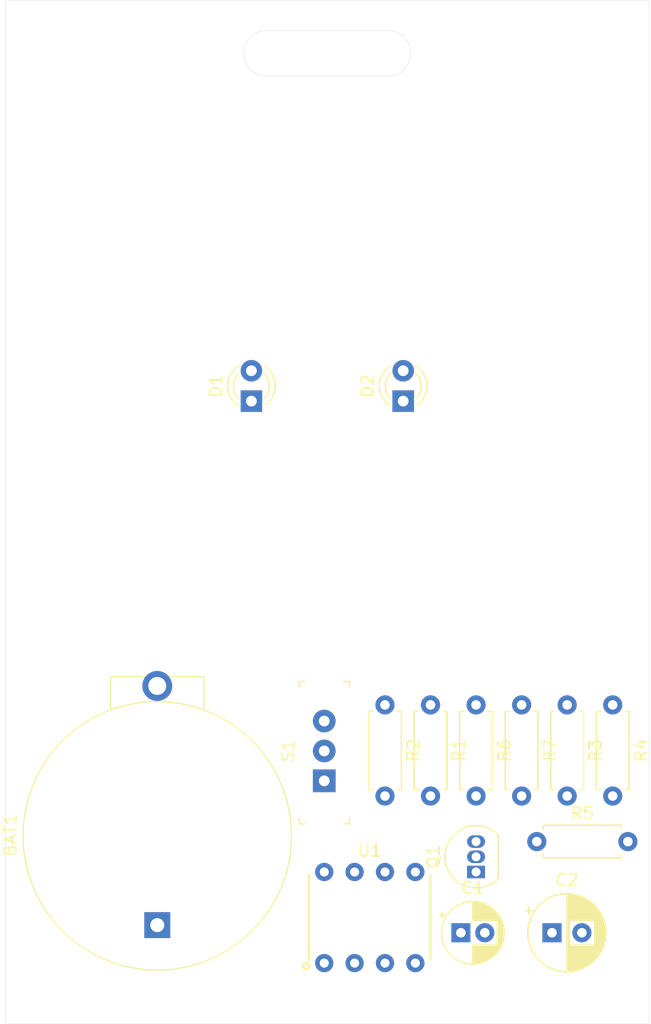
<source format=kicad_pcb>
(kicad_pcb (version 20171130) (host pcbnew "(5.1.10)-1")

  (general
    (thickness 1.6)
    (drawings 8)
    (tracks 0)
    (zones 0)
    (modules 15)
    (nets 14)
  )

  (page A4)
  (title_block
    (title 555_Badge)
    (date 2021-09-05)
    (rev V01)
    (comment 2 creativecommons.org/licenses/by/4.0)
    (comment 3 "License: CC BY 4.0")
    (comment 4 "Drawn: GH")
  )

  (layers
    (0 F.Cu signal)
    (31 B.Cu signal)
    (32 B.Adhes user)
    (33 F.Adhes user)
    (34 B.Paste user)
    (35 F.Paste user)
    (36 B.SilkS user)
    (37 F.SilkS user)
    (38 B.Mask user)
    (39 F.Mask user)
    (40 Dwgs.User user)
    (41 Cmts.User user)
    (42 Eco1.User user)
    (43 Eco2.User user)
    (44 Edge.Cuts user)
    (45 Margin user)
    (46 B.CrtYd user)
    (47 F.CrtYd user)
    (48 B.Fab user)
    (49 F.Fab user)
  )

  (setup
    (last_trace_width 0.254)
    (trace_clearance 0.254)
    (zone_clearance 0.508)
    (zone_45_only no)
    (trace_min 0.1524)
    (via_size 0.762)
    (via_drill 0.381)
    (via_min_size 0.6858)
    (via_min_drill 0.3302)
    (uvia_size 0.762)
    (uvia_drill 0.381)
    (uvias_allowed no)
    (uvia_min_size 0.6858)
    (uvia_min_drill 0.3302)
    (edge_width 0.05)
    (segment_width 0.2)
    (pcb_text_width 0.3)
    (pcb_text_size 1.5 1.5)
    (mod_edge_width 0.12)
    (mod_text_size 1 1)
    (mod_text_width 0.15)
    (pad_size 1.524 1.524)
    (pad_drill 0.762)
    (pad_to_mask_clearance 0.0508)
    (aux_axis_origin 0 0)
    (visible_elements 7FFFFFFF)
    (pcbplotparams
      (layerselection 0x010fc_ffffffff)
      (usegerberextensions false)
      (usegerberattributes true)
      (usegerberadvancedattributes true)
      (creategerberjobfile true)
      (excludeedgelayer true)
      (linewidth 0.100000)
      (plotframeref false)
      (viasonmask false)
      (mode 1)
      (useauxorigin false)
      (hpglpennumber 1)
      (hpglpenspeed 20)
      (hpglpendiameter 15.000000)
      (psnegative false)
      (psa4output false)
      (plotreference true)
      (plotvalue true)
      (plotinvisibletext false)
      (padsonsilk false)
      (subtractmaskfromsilk false)
      (outputformat 1)
      (mirror false)
      (drillshape 1)
      (scaleselection 1)
      (outputdirectory ""))
  )

  (net 0 "")
  (net 1 GND)
  (net 2 "Net-(BAT1-PadPos)")
  (net 3 "Net-(C1-Pad1)")
  (net 4 "Net-(C2-Pad1)")
  (net 5 "Net-(D1-Pad1)")
  (net 6 "Net-(D1-Pad2)")
  (net 7 "Net-(D2-Pad2)")
  (net 8 "Net-(Q1-Pad2)")
  (net 9 VCC)
  (net 10 "Net-(R1-Pad2)")
  (net 11 "Net-(R3-Pad2)")
  (net 12 "Net-(S1-Pad1)")
  (net 13 "Net-(U1-Pad5)")

  (net_class Default "This is the default net class."
    (clearance 0.254)
    (trace_width 0.254)
    (via_dia 0.762)
    (via_drill 0.381)
    (uvia_dia 0.762)
    (uvia_drill 0.381)
    (add_net GND)
    (add_net "Net-(BAT1-PadPos)")
    (add_net "Net-(C1-Pad1)")
    (add_net "Net-(C2-Pad1)")
    (add_net "Net-(D1-Pad1)")
    (add_net "Net-(D1-Pad2)")
    (add_net "Net-(D2-Pad2)")
    (add_net "Net-(Q1-Pad2)")
    (add_net "Net-(R1-Pad2)")
    (add_net "Net-(R3-Pad2)")
    (add_net "Net-(S1-Pad1)")
    (add_net "Net-(U1-Pad5)")
    (add_net VCC)
  )

  (module digikey-footprints:Battery_Holder_Coin_2032_BS-7 (layer F.Cu) (tedit 5ACD0859) (tstamp 61336AD9)
    (at 139.7 118.745 90)
    (descr http://www.memoryprotectiondevices.com/datasheets/BS-7-datasheet.pdf)
    (path /6125515F)
    (fp_text reference BAT1 (at 7.52856 -12.3063 90) (layer F.SilkS)
      (effects (font (size 1 1) (thickness 0.15)))
    )
    (fp_text value BS-7 (at 7.4676 13.56 90) (layer F.Fab)
      (effects (font (size 1 1) (thickness 0.15)))
    )
    (fp_line (start -3.9624 11.43) (end 21.5138 11.43) (layer F.CrtYd) (width 0.05))
    (fp_line (start -3.9624 -11.43) (end 21.5138 -11.43) (layer F.CrtYd) (width 0.05))
    (fp_line (start 21.5138 -11.43) (end 21.5138 11.43) (layer F.CrtYd) (width 0.05))
    (fp_line (start -3.9624 -11.43) (end -3.9624 11.43) (layer F.CrtYd) (width 0.05))
    (fp_line (start 20.7772 3.9116) (end 20.7772 1.0668) (layer F.SilkS) (width 0.1))
    (fp_line (start 20.7772 -3.9116) (end 20.7772 -1.0668) (layer F.SilkS) (width 0.1))
    (fp_line (start 18.034 3.9116) (end 20.7772 3.9116) (layer F.SilkS) (width 0.1))
    (fp_line (start 18.034 -3.9116) (end 20.7772 -3.9116) (layer F.SilkS) (width 0.1))
    (fp_line (start 20.6756 -3.81) (end 20.6756 3.81) (layer F.Fab) (width 0.1))
    (fp_line (start 17.9832 3.81) (end 20.6756 3.81) (layer F.Fab) (width 0.1))
    (fp_line (start 17.9832 -3.81) (end 20.6756 -3.81) (layer F.Fab) (width 0.1))
    (fp_circle (center 7.4676 0) (end -3.7592 0) (layer F.SilkS) (width 0.1))
    (fp_circle (center 7.4676 0) (end -3.7084 0) (layer F.Fab) (width 0.1))
    (fp_text user %R (at 7.4676 0 90) (layer F.Fab)
      (effects (font (size 1 1) (thickness 0.15)))
    )
    (pad Neg thru_hole rect (at 0 0 90) (size 2.17 2.17) (drill 1.17) (layers *.Cu *.Mask)
      (net 1 GND))
    (pad Pos thru_hole circle (at 20 0 90) (size 2.5 2.5) (drill 1.5) (layers *.Cu *.Mask)
      (net 2 "Net-(BAT1-PadPos)"))
  )

  (module Capacitor_THT:CP_Radial_D5.0mm_P2.00mm (layer F.Cu) (tedit 5AE50EF0) (tstamp 61336B5C)
    (at 165.1 119.38)
    (descr "CP, Radial series, Radial, pin pitch=2.00mm, , diameter=5mm, Electrolytic Capacitor")
    (tags "CP Radial series Radial pin pitch 2.00mm  diameter 5mm Electrolytic Capacitor")
    (path /6124F635)
    (fp_text reference C1 (at 1 -3.75) (layer F.SilkS)
      (effects (font (size 1 1) (thickness 0.15)))
    )
    (fp_text value 10e-6 (at 1 3.75) (layer F.Fab)
      (effects (font (size 1 1) (thickness 0.15)))
    )
    (fp_circle (center 1 0) (end 3.5 0) (layer F.Fab) (width 0.1))
    (fp_circle (center 1 0) (end 3.62 0) (layer F.SilkS) (width 0.12))
    (fp_circle (center 1 0) (end 3.75 0) (layer F.CrtYd) (width 0.05))
    (fp_line (start -1.133605 -1.0875) (end -0.633605 -1.0875) (layer F.Fab) (width 0.1))
    (fp_line (start -0.883605 -1.3375) (end -0.883605 -0.8375) (layer F.Fab) (width 0.1))
    (fp_line (start 1 1.04) (end 1 2.58) (layer F.SilkS) (width 0.12))
    (fp_line (start 1 -2.58) (end 1 -1.04) (layer F.SilkS) (width 0.12))
    (fp_line (start 1.04 1.04) (end 1.04 2.58) (layer F.SilkS) (width 0.12))
    (fp_line (start 1.04 -2.58) (end 1.04 -1.04) (layer F.SilkS) (width 0.12))
    (fp_line (start 1.08 -2.579) (end 1.08 -1.04) (layer F.SilkS) (width 0.12))
    (fp_line (start 1.08 1.04) (end 1.08 2.579) (layer F.SilkS) (width 0.12))
    (fp_line (start 1.12 -2.578) (end 1.12 -1.04) (layer F.SilkS) (width 0.12))
    (fp_line (start 1.12 1.04) (end 1.12 2.578) (layer F.SilkS) (width 0.12))
    (fp_line (start 1.16 -2.576) (end 1.16 -1.04) (layer F.SilkS) (width 0.12))
    (fp_line (start 1.16 1.04) (end 1.16 2.576) (layer F.SilkS) (width 0.12))
    (fp_line (start 1.2 -2.573) (end 1.2 -1.04) (layer F.SilkS) (width 0.12))
    (fp_line (start 1.2 1.04) (end 1.2 2.573) (layer F.SilkS) (width 0.12))
    (fp_line (start 1.24 -2.569) (end 1.24 -1.04) (layer F.SilkS) (width 0.12))
    (fp_line (start 1.24 1.04) (end 1.24 2.569) (layer F.SilkS) (width 0.12))
    (fp_line (start 1.28 -2.565) (end 1.28 -1.04) (layer F.SilkS) (width 0.12))
    (fp_line (start 1.28 1.04) (end 1.28 2.565) (layer F.SilkS) (width 0.12))
    (fp_line (start 1.32 -2.561) (end 1.32 -1.04) (layer F.SilkS) (width 0.12))
    (fp_line (start 1.32 1.04) (end 1.32 2.561) (layer F.SilkS) (width 0.12))
    (fp_line (start 1.36 -2.556) (end 1.36 -1.04) (layer F.SilkS) (width 0.12))
    (fp_line (start 1.36 1.04) (end 1.36 2.556) (layer F.SilkS) (width 0.12))
    (fp_line (start 1.4 -2.55) (end 1.4 -1.04) (layer F.SilkS) (width 0.12))
    (fp_line (start 1.4 1.04) (end 1.4 2.55) (layer F.SilkS) (width 0.12))
    (fp_line (start 1.44 -2.543) (end 1.44 -1.04) (layer F.SilkS) (width 0.12))
    (fp_line (start 1.44 1.04) (end 1.44 2.543) (layer F.SilkS) (width 0.12))
    (fp_line (start 1.48 -2.536) (end 1.48 -1.04) (layer F.SilkS) (width 0.12))
    (fp_line (start 1.48 1.04) (end 1.48 2.536) (layer F.SilkS) (width 0.12))
    (fp_line (start 1.52 -2.528) (end 1.52 -1.04) (layer F.SilkS) (width 0.12))
    (fp_line (start 1.52 1.04) (end 1.52 2.528) (layer F.SilkS) (width 0.12))
    (fp_line (start 1.56 -2.52) (end 1.56 -1.04) (layer F.SilkS) (width 0.12))
    (fp_line (start 1.56 1.04) (end 1.56 2.52) (layer F.SilkS) (width 0.12))
    (fp_line (start 1.6 -2.511) (end 1.6 -1.04) (layer F.SilkS) (width 0.12))
    (fp_line (start 1.6 1.04) (end 1.6 2.511) (layer F.SilkS) (width 0.12))
    (fp_line (start 1.64 -2.501) (end 1.64 -1.04) (layer F.SilkS) (width 0.12))
    (fp_line (start 1.64 1.04) (end 1.64 2.501) (layer F.SilkS) (width 0.12))
    (fp_line (start 1.68 -2.491) (end 1.68 -1.04) (layer F.SilkS) (width 0.12))
    (fp_line (start 1.68 1.04) (end 1.68 2.491) (layer F.SilkS) (width 0.12))
    (fp_line (start 1.721 -2.48) (end 1.721 -1.04) (layer F.SilkS) (width 0.12))
    (fp_line (start 1.721 1.04) (end 1.721 2.48) (layer F.SilkS) (width 0.12))
    (fp_line (start 1.761 -2.468) (end 1.761 -1.04) (layer F.SilkS) (width 0.12))
    (fp_line (start 1.761 1.04) (end 1.761 2.468) (layer F.SilkS) (width 0.12))
    (fp_line (start 1.801 -2.455) (end 1.801 -1.04) (layer F.SilkS) (width 0.12))
    (fp_line (start 1.801 1.04) (end 1.801 2.455) (layer F.SilkS) (width 0.12))
    (fp_line (start 1.841 -2.442) (end 1.841 -1.04) (layer F.SilkS) (width 0.12))
    (fp_line (start 1.841 1.04) (end 1.841 2.442) (layer F.SilkS) (width 0.12))
    (fp_line (start 1.881 -2.428) (end 1.881 -1.04) (layer F.SilkS) (width 0.12))
    (fp_line (start 1.881 1.04) (end 1.881 2.428) (layer F.SilkS) (width 0.12))
    (fp_line (start 1.921 -2.414) (end 1.921 -1.04) (layer F.SilkS) (width 0.12))
    (fp_line (start 1.921 1.04) (end 1.921 2.414) (layer F.SilkS) (width 0.12))
    (fp_line (start 1.961 -2.398) (end 1.961 -1.04) (layer F.SilkS) (width 0.12))
    (fp_line (start 1.961 1.04) (end 1.961 2.398) (layer F.SilkS) (width 0.12))
    (fp_line (start 2.001 -2.382) (end 2.001 -1.04) (layer F.SilkS) (width 0.12))
    (fp_line (start 2.001 1.04) (end 2.001 2.382) (layer F.SilkS) (width 0.12))
    (fp_line (start 2.041 -2.365) (end 2.041 -1.04) (layer F.SilkS) (width 0.12))
    (fp_line (start 2.041 1.04) (end 2.041 2.365) (layer F.SilkS) (width 0.12))
    (fp_line (start 2.081 -2.348) (end 2.081 -1.04) (layer F.SilkS) (width 0.12))
    (fp_line (start 2.081 1.04) (end 2.081 2.348) (layer F.SilkS) (width 0.12))
    (fp_line (start 2.121 -2.329) (end 2.121 -1.04) (layer F.SilkS) (width 0.12))
    (fp_line (start 2.121 1.04) (end 2.121 2.329) (layer F.SilkS) (width 0.12))
    (fp_line (start 2.161 -2.31) (end 2.161 -1.04) (layer F.SilkS) (width 0.12))
    (fp_line (start 2.161 1.04) (end 2.161 2.31) (layer F.SilkS) (width 0.12))
    (fp_line (start 2.201 -2.29) (end 2.201 -1.04) (layer F.SilkS) (width 0.12))
    (fp_line (start 2.201 1.04) (end 2.201 2.29) (layer F.SilkS) (width 0.12))
    (fp_line (start 2.241 -2.268) (end 2.241 -1.04) (layer F.SilkS) (width 0.12))
    (fp_line (start 2.241 1.04) (end 2.241 2.268) (layer F.SilkS) (width 0.12))
    (fp_line (start 2.281 -2.247) (end 2.281 -1.04) (layer F.SilkS) (width 0.12))
    (fp_line (start 2.281 1.04) (end 2.281 2.247) (layer F.SilkS) (width 0.12))
    (fp_line (start 2.321 -2.224) (end 2.321 -1.04) (layer F.SilkS) (width 0.12))
    (fp_line (start 2.321 1.04) (end 2.321 2.224) (layer F.SilkS) (width 0.12))
    (fp_line (start 2.361 -2.2) (end 2.361 -1.04) (layer F.SilkS) (width 0.12))
    (fp_line (start 2.361 1.04) (end 2.361 2.2) (layer F.SilkS) (width 0.12))
    (fp_line (start 2.401 -2.175) (end 2.401 -1.04) (layer F.SilkS) (width 0.12))
    (fp_line (start 2.401 1.04) (end 2.401 2.175) (layer F.SilkS) (width 0.12))
    (fp_line (start 2.441 -2.149) (end 2.441 -1.04) (layer F.SilkS) (width 0.12))
    (fp_line (start 2.441 1.04) (end 2.441 2.149) (layer F.SilkS) (width 0.12))
    (fp_line (start 2.481 -2.122) (end 2.481 -1.04) (layer F.SilkS) (width 0.12))
    (fp_line (start 2.481 1.04) (end 2.481 2.122) (layer F.SilkS) (width 0.12))
    (fp_line (start 2.521 -2.095) (end 2.521 -1.04) (layer F.SilkS) (width 0.12))
    (fp_line (start 2.521 1.04) (end 2.521 2.095) (layer F.SilkS) (width 0.12))
    (fp_line (start 2.561 -2.065) (end 2.561 -1.04) (layer F.SilkS) (width 0.12))
    (fp_line (start 2.561 1.04) (end 2.561 2.065) (layer F.SilkS) (width 0.12))
    (fp_line (start 2.601 -2.035) (end 2.601 -1.04) (layer F.SilkS) (width 0.12))
    (fp_line (start 2.601 1.04) (end 2.601 2.035) (layer F.SilkS) (width 0.12))
    (fp_line (start 2.641 -2.004) (end 2.641 -1.04) (layer F.SilkS) (width 0.12))
    (fp_line (start 2.641 1.04) (end 2.641 2.004) (layer F.SilkS) (width 0.12))
    (fp_line (start 2.681 -1.971) (end 2.681 -1.04) (layer F.SilkS) (width 0.12))
    (fp_line (start 2.681 1.04) (end 2.681 1.971) (layer F.SilkS) (width 0.12))
    (fp_line (start 2.721 -1.937) (end 2.721 -1.04) (layer F.SilkS) (width 0.12))
    (fp_line (start 2.721 1.04) (end 2.721 1.937) (layer F.SilkS) (width 0.12))
    (fp_line (start 2.761 -1.901) (end 2.761 -1.04) (layer F.SilkS) (width 0.12))
    (fp_line (start 2.761 1.04) (end 2.761 1.901) (layer F.SilkS) (width 0.12))
    (fp_line (start 2.801 -1.864) (end 2.801 -1.04) (layer F.SilkS) (width 0.12))
    (fp_line (start 2.801 1.04) (end 2.801 1.864) (layer F.SilkS) (width 0.12))
    (fp_line (start 2.841 -1.826) (end 2.841 -1.04) (layer F.SilkS) (width 0.12))
    (fp_line (start 2.841 1.04) (end 2.841 1.826) (layer F.SilkS) (width 0.12))
    (fp_line (start 2.881 -1.785) (end 2.881 -1.04) (layer F.SilkS) (width 0.12))
    (fp_line (start 2.881 1.04) (end 2.881 1.785) (layer F.SilkS) (width 0.12))
    (fp_line (start 2.921 -1.743) (end 2.921 -1.04) (layer F.SilkS) (width 0.12))
    (fp_line (start 2.921 1.04) (end 2.921 1.743) (layer F.SilkS) (width 0.12))
    (fp_line (start 2.961 -1.699) (end 2.961 -1.04) (layer F.SilkS) (width 0.12))
    (fp_line (start 2.961 1.04) (end 2.961 1.699) (layer F.SilkS) (width 0.12))
    (fp_line (start 3.001 -1.653) (end 3.001 -1.04) (layer F.SilkS) (width 0.12))
    (fp_line (start 3.001 1.04) (end 3.001 1.653) (layer F.SilkS) (width 0.12))
    (fp_line (start 3.041 -1.605) (end 3.041 1.605) (layer F.SilkS) (width 0.12))
    (fp_line (start 3.081 -1.554) (end 3.081 1.554) (layer F.SilkS) (width 0.12))
    (fp_line (start 3.121 -1.5) (end 3.121 1.5) (layer F.SilkS) (width 0.12))
    (fp_line (start 3.161 -1.443) (end 3.161 1.443) (layer F.SilkS) (width 0.12))
    (fp_line (start 3.201 -1.383) (end 3.201 1.383) (layer F.SilkS) (width 0.12))
    (fp_line (start 3.241 -1.319) (end 3.241 1.319) (layer F.SilkS) (width 0.12))
    (fp_line (start 3.281 -1.251) (end 3.281 1.251) (layer F.SilkS) (width 0.12))
    (fp_line (start 3.321 -1.178) (end 3.321 1.178) (layer F.SilkS) (width 0.12))
    (fp_line (start 3.361 -1.098) (end 3.361 1.098) (layer F.SilkS) (width 0.12))
    (fp_line (start 3.401 -1.011) (end 3.401 1.011) (layer F.SilkS) (width 0.12))
    (fp_line (start 3.441 -0.915) (end 3.441 0.915) (layer F.SilkS) (width 0.12))
    (fp_line (start 3.481 -0.805) (end 3.481 0.805) (layer F.SilkS) (width 0.12))
    (fp_line (start 3.521 -0.677) (end 3.521 0.677) (layer F.SilkS) (width 0.12))
    (fp_line (start 3.561 -0.518) (end 3.561 0.518) (layer F.SilkS) (width 0.12))
    (fp_line (start 3.601 -0.284) (end 3.601 0.284) (layer F.SilkS) (width 0.12))
    (fp_line (start -1.804775 -1.475) (end -1.304775 -1.475) (layer F.SilkS) (width 0.12))
    (fp_line (start -1.554775 -1.725) (end -1.554775 -1.225) (layer F.SilkS) (width 0.12))
    (fp_text user %R (at 1 0) (layer F.Fab)
      (effects (font (size 1 1) (thickness 0.15)))
    )
    (pad 1 thru_hole rect (at 0 0) (size 1.6 1.6) (drill 0.8) (layers *.Cu *.Mask)
      (net 3 "Net-(C1-Pad1)"))
    (pad 2 thru_hole circle (at 2 0) (size 1.6 1.6) (drill 0.8) (layers *.Cu *.Mask)
      (net 1 GND))
    (model ${KISYS3DMOD}/Capacitor_THT.3dshapes/CP_Radial_D5.0mm_P2.00mm.wrl
      (at (xyz 0 0 0))
      (scale (xyz 1 1 1))
      (rotate (xyz 0 0 0))
    )
  )

  (module Capacitor_THT:CP_Radial_D6.3mm_P2.50mm (layer F.Cu) (tedit 5AE50EF0) (tstamp 61336BF0)
    (at 172.72 119.38)
    (descr "CP, Radial series, Radial, pin pitch=2.50mm, , diameter=6.3mm, Electrolytic Capacitor")
    (tags "CP Radial series Radial pin pitch 2.50mm  diameter 6.3mm Electrolytic Capacitor")
    (path /6124FCB0)
    (fp_text reference C2 (at 1.25 -4.4) (layer F.SilkS)
      (effects (font (size 1 1) (thickness 0.15)))
    )
    (fp_text value 100e-6 (at 1.25 4.4) (layer F.Fab)
      (effects (font (size 1 1) (thickness 0.15)))
    )
    (fp_circle (center 1.25 0) (end 4.4 0) (layer F.Fab) (width 0.1))
    (fp_circle (center 1.25 0) (end 4.52 0) (layer F.SilkS) (width 0.12))
    (fp_circle (center 1.25 0) (end 4.65 0) (layer F.CrtYd) (width 0.05))
    (fp_line (start -1.443972 -1.3735) (end -0.813972 -1.3735) (layer F.Fab) (width 0.1))
    (fp_line (start -1.128972 -1.6885) (end -1.128972 -1.0585) (layer F.Fab) (width 0.1))
    (fp_line (start 1.25 -3.23) (end 1.25 3.23) (layer F.SilkS) (width 0.12))
    (fp_line (start 1.29 -3.23) (end 1.29 3.23) (layer F.SilkS) (width 0.12))
    (fp_line (start 1.33 -3.23) (end 1.33 3.23) (layer F.SilkS) (width 0.12))
    (fp_line (start 1.37 -3.228) (end 1.37 3.228) (layer F.SilkS) (width 0.12))
    (fp_line (start 1.41 -3.227) (end 1.41 3.227) (layer F.SilkS) (width 0.12))
    (fp_line (start 1.45 -3.224) (end 1.45 3.224) (layer F.SilkS) (width 0.12))
    (fp_line (start 1.49 -3.222) (end 1.49 -1.04) (layer F.SilkS) (width 0.12))
    (fp_line (start 1.49 1.04) (end 1.49 3.222) (layer F.SilkS) (width 0.12))
    (fp_line (start 1.53 -3.218) (end 1.53 -1.04) (layer F.SilkS) (width 0.12))
    (fp_line (start 1.53 1.04) (end 1.53 3.218) (layer F.SilkS) (width 0.12))
    (fp_line (start 1.57 -3.215) (end 1.57 -1.04) (layer F.SilkS) (width 0.12))
    (fp_line (start 1.57 1.04) (end 1.57 3.215) (layer F.SilkS) (width 0.12))
    (fp_line (start 1.61 -3.211) (end 1.61 -1.04) (layer F.SilkS) (width 0.12))
    (fp_line (start 1.61 1.04) (end 1.61 3.211) (layer F.SilkS) (width 0.12))
    (fp_line (start 1.65 -3.206) (end 1.65 -1.04) (layer F.SilkS) (width 0.12))
    (fp_line (start 1.65 1.04) (end 1.65 3.206) (layer F.SilkS) (width 0.12))
    (fp_line (start 1.69 -3.201) (end 1.69 -1.04) (layer F.SilkS) (width 0.12))
    (fp_line (start 1.69 1.04) (end 1.69 3.201) (layer F.SilkS) (width 0.12))
    (fp_line (start 1.73 -3.195) (end 1.73 -1.04) (layer F.SilkS) (width 0.12))
    (fp_line (start 1.73 1.04) (end 1.73 3.195) (layer F.SilkS) (width 0.12))
    (fp_line (start 1.77 -3.189) (end 1.77 -1.04) (layer F.SilkS) (width 0.12))
    (fp_line (start 1.77 1.04) (end 1.77 3.189) (layer F.SilkS) (width 0.12))
    (fp_line (start 1.81 -3.182) (end 1.81 -1.04) (layer F.SilkS) (width 0.12))
    (fp_line (start 1.81 1.04) (end 1.81 3.182) (layer F.SilkS) (width 0.12))
    (fp_line (start 1.85 -3.175) (end 1.85 -1.04) (layer F.SilkS) (width 0.12))
    (fp_line (start 1.85 1.04) (end 1.85 3.175) (layer F.SilkS) (width 0.12))
    (fp_line (start 1.89 -3.167) (end 1.89 -1.04) (layer F.SilkS) (width 0.12))
    (fp_line (start 1.89 1.04) (end 1.89 3.167) (layer F.SilkS) (width 0.12))
    (fp_line (start 1.93 -3.159) (end 1.93 -1.04) (layer F.SilkS) (width 0.12))
    (fp_line (start 1.93 1.04) (end 1.93 3.159) (layer F.SilkS) (width 0.12))
    (fp_line (start 1.971 -3.15) (end 1.971 -1.04) (layer F.SilkS) (width 0.12))
    (fp_line (start 1.971 1.04) (end 1.971 3.15) (layer F.SilkS) (width 0.12))
    (fp_line (start 2.011 -3.141) (end 2.011 -1.04) (layer F.SilkS) (width 0.12))
    (fp_line (start 2.011 1.04) (end 2.011 3.141) (layer F.SilkS) (width 0.12))
    (fp_line (start 2.051 -3.131) (end 2.051 -1.04) (layer F.SilkS) (width 0.12))
    (fp_line (start 2.051 1.04) (end 2.051 3.131) (layer F.SilkS) (width 0.12))
    (fp_line (start 2.091 -3.121) (end 2.091 -1.04) (layer F.SilkS) (width 0.12))
    (fp_line (start 2.091 1.04) (end 2.091 3.121) (layer F.SilkS) (width 0.12))
    (fp_line (start 2.131 -3.11) (end 2.131 -1.04) (layer F.SilkS) (width 0.12))
    (fp_line (start 2.131 1.04) (end 2.131 3.11) (layer F.SilkS) (width 0.12))
    (fp_line (start 2.171 -3.098) (end 2.171 -1.04) (layer F.SilkS) (width 0.12))
    (fp_line (start 2.171 1.04) (end 2.171 3.098) (layer F.SilkS) (width 0.12))
    (fp_line (start 2.211 -3.086) (end 2.211 -1.04) (layer F.SilkS) (width 0.12))
    (fp_line (start 2.211 1.04) (end 2.211 3.086) (layer F.SilkS) (width 0.12))
    (fp_line (start 2.251 -3.074) (end 2.251 -1.04) (layer F.SilkS) (width 0.12))
    (fp_line (start 2.251 1.04) (end 2.251 3.074) (layer F.SilkS) (width 0.12))
    (fp_line (start 2.291 -3.061) (end 2.291 -1.04) (layer F.SilkS) (width 0.12))
    (fp_line (start 2.291 1.04) (end 2.291 3.061) (layer F.SilkS) (width 0.12))
    (fp_line (start 2.331 -3.047) (end 2.331 -1.04) (layer F.SilkS) (width 0.12))
    (fp_line (start 2.331 1.04) (end 2.331 3.047) (layer F.SilkS) (width 0.12))
    (fp_line (start 2.371 -3.033) (end 2.371 -1.04) (layer F.SilkS) (width 0.12))
    (fp_line (start 2.371 1.04) (end 2.371 3.033) (layer F.SilkS) (width 0.12))
    (fp_line (start 2.411 -3.018) (end 2.411 -1.04) (layer F.SilkS) (width 0.12))
    (fp_line (start 2.411 1.04) (end 2.411 3.018) (layer F.SilkS) (width 0.12))
    (fp_line (start 2.451 -3.002) (end 2.451 -1.04) (layer F.SilkS) (width 0.12))
    (fp_line (start 2.451 1.04) (end 2.451 3.002) (layer F.SilkS) (width 0.12))
    (fp_line (start 2.491 -2.986) (end 2.491 -1.04) (layer F.SilkS) (width 0.12))
    (fp_line (start 2.491 1.04) (end 2.491 2.986) (layer F.SilkS) (width 0.12))
    (fp_line (start 2.531 -2.97) (end 2.531 -1.04) (layer F.SilkS) (width 0.12))
    (fp_line (start 2.531 1.04) (end 2.531 2.97) (layer F.SilkS) (width 0.12))
    (fp_line (start 2.571 -2.952) (end 2.571 -1.04) (layer F.SilkS) (width 0.12))
    (fp_line (start 2.571 1.04) (end 2.571 2.952) (layer F.SilkS) (width 0.12))
    (fp_line (start 2.611 -2.934) (end 2.611 -1.04) (layer F.SilkS) (width 0.12))
    (fp_line (start 2.611 1.04) (end 2.611 2.934) (layer F.SilkS) (width 0.12))
    (fp_line (start 2.651 -2.916) (end 2.651 -1.04) (layer F.SilkS) (width 0.12))
    (fp_line (start 2.651 1.04) (end 2.651 2.916) (layer F.SilkS) (width 0.12))
    (fp_line (start 2.691 -2.896) (end 2.691 -1.04) (layer F.SilkS) (width 0.12))
    (fp_line (start 2.691 1.04) (end 2.691 2.896) (layer F.SilkS) (width 0.12))
    (fp_line (start 2.731 -2.876) (end 2.731 -1.04) (layer F.SilkS) (width 0.12))
    (fp_line (start 2.731 1.04) (end 2.731 2.876) (layer F.SilkS) (width 0.12))
    (fp_line (start 2.771 -2.856) (end 2.771 -1.04) (layer F.SilkS) (width 0.12))
    (fp_line (start 2.771 1.04) (end 2.771 2.856) (layer F.SilkS) (width 0.12))
    (fp_line (start 2.811 -2.834) (end 2.811 -1.04) (layer F.SilkS) (width 0.12))
    (fp_line (start 2.811 1.04) (end 2.811 2.834) (layer F.SilkS) (width 0.12))
    (fp_line (start 2.851 -2.812) (end 2.851 -1.04) (layer F.SilkS) (width 0.12))
    (fp_line (start 2.851 1.04) (end 2.851 2.812) (layer F.SilkS) (width 0.12))
    (fp_line (start 2.891 -2.79) (end 2.891 -1.04) (layer F.SilkS) (width 0.12))
    (fp_line (start 2.891 1.04) (end 2.891 2.79) (layer F.SilkS) (width 0.12))
    (fp_line (start 2.931 -2.766) (end 2.931 -1.04) (layer F.SilkS) (width 0.12))
    (fp_line (start 2.931 1.04) (end 2.931 2.766) (layer F.SilkS) (width 0.12))
    (fp_line (start 2.971 -2.742) (end 2.971 -1.04) (layer F.SilkS) (width 0.12))
    (fp_line (start 2.971 1.04) (end 2.971 2.742) (layer F.SilkS) (width 0.12))
    (fp_line (start 3.011 -2.716) (end 3.011 -1.04) (layer F.SilkS) (width 0.12))
    (fp_line (start 3.011 1.04) (end 3.011 2.716) (layer F.SilkS) (width 0.12))
    (fp_line (start 3.051 -2.69) (end 3.051 -1.04) (layer F.SilkS) (width 0.12))
    (fp_line (start 3.051 1.04) (end 3.051 2.69) (layer F.SilkS) (width 0.12))
    (fp_line (start 3.091 -2.664) (end 3.091 -1.04) (layer F.SilkS) (width 0.12))
    (fp_line (start 3.091 1.04) (end 3.091 2.664) (layer F.SilkS) (width 0.12))
    (fp_line (start 3.131 -2.636) (end 3.131 -1.04) (layer F.SilkS) (width 0.12))
    (fp_line (start 3.131 1.04) (end 3.131 2.636) (layer F.SilkS) (width 0.12))
    (fp_line (start 3.171 -2.607) (end 3.171 -1.04) (layer F.SilkS) (width 0.12))
    (fp_line (start 3.171 1.04) (end 3.171 2.607) (layer F.SilkS) (width 0.12))
    (fp_line (start 3.211 -2.578) (end 3.211 -1.04) (layer F.SilkS) (width 0.12))
    (fp_line (start 3.211 1.04) (end 3.211 2.578) (layer F.SilkS) (width 0.12))
    (fp_line (start 3.251 -2.548) (end 3.251 -1.04) (layer F.SilkS) (width 0.12))
    (fp_line (start 3.251 1.04) (end 3.251 2.548) (layer F.SilkS) (width 0.12))
    (fp_line (start 3.291 -2.516) (end 3.291 -1.04) (layer F.SilkS) (width 0.12))
    (fp_line (start 3.291 1.04) (end 3.291 2.516) (layer F.SilkS) (width 0.12))
    (fp_line (start 3.331 -2.484) (end 3.331 -1.04) (layer F.SilkS) (width 0.12))
    (fp_line (start 3.331 1.04) (end 3.331 2.484) (layer F.SilkS) (width 0.12))
    (fp_line (start 3.371 -2.45) (end 3.371 -1.04) (layer F.SilkS) (width 0.12))
    (fp_line (start 3.371 1.04) (end 3.371 2.45) (layer F.SilkS) (width 0.12))
    (fp_line (start 3.411 -2.416) (end 3.411 -1.04) (layer F.SilkS) (width 0.12))
    (fp_line (start 3.411 1.04) (end 3.411 2.416) (layer F.SilkS) (width 0.12))
    (fp_line (start 3.451 -2.38) (end 3.451 -1.04) (layer F.SilkS) (width 0.12))
    (fp_line (start 3.451 1.04) (end 3.451 2.38) (layer F.SilkS) (width 0.12))
    (fp_line (start 3.491 -2.343) (end 3.491 -1.04) (layer F.SilkS) (width 0.12))
    (fp_line (start 3.491 1.04) (end 3.491 2.343) (layer F.SilkS) (width 0.12))
    (fp_line (start 3.531 -2.305) (end 3.531 -1.04) (layer F.SilkS) (width 0.12))
    (fp_line (start 3.531 1.04) (end 3.531 2.305) (layer F.SilkS) (width 0.12))
    (fp_line (start 3.571 -2.265) (end 3.571 2.265) (layer F.SilkS) (width 0.12))
    (fp_line (start 3.611 -2.224) (end 3.611 2.224) (layer F.SilkS) (width 0.12))
    (fp_line (start 3.651 -2.182) (end 3.651 2.182) (layer F.SilkS) (width 0.12))
    (fp_line (start 3.691 -2.137) (end 3.691 2.137) (layer F.SilkS) (width 0.12))
    (fp_line (start 3.731 -2.092) (end 3.731 2.092) (layer F.SilkS) (width 0.12))
    (fp_line (start 3.771 -2.044) (end 3.771 2.044) (layer F.SilkS) (width 0.12))
    (fp_line (start 3.811 -1.995) (end 3.811 1.995) (layer F.SilkS) (width 0.12))
    (fp_line (start 3.851 -1.944) (end 3.851 1.944) (layer F.SilkS) (width 0.12))
    (fp_line (start 3.891 -1.89) (end 3.891 1.89) (layer F.SilkS) (width 0.12))
    (fp_line (start 3.931 -1.834) (end 3.931 1.834) (layer F.SilkS) (width 0.12))
    (fp_line (start 3.971 -1.776) (end 3.971 1.776) (layer F.SilkS) (width 0.12))
    (fp_line (start 4.011 -1.714) (end 4.011 1.714) (layer F.SilkS) (width 0.12))
    (fp_line (start 4.051 -1.65) (end 4.051 1.65) (layer F.SilkS) (width 0.12))
    (fp_line (start 4.091 -1.581) (end 4.091 1.581) (layer F.SilkS) (width 0.12))
    (fp_line (start 4.131 -1.509) (end 4.131 1.509) (layer F.SilkS) (width 0.12))
    (fp_line (start 4.171 -1.432) (end 4.171 1.432) (layer F.SilkS) (width 0.12))
    (fp_line (start 4.211 -1.35) (end 4.211 1.35) (layer F.SilkS) (width 0.12))
    (fp_line (start 4.251 -1.262) (end 4.251 1.262) (layer F.SilkS) (width 0.12))
    (fp_line (start 4.291 -1.165) (end 4.291 1.165) (layer F.SilkS) (width 0.12))
    (fp_line (start 4.331 -1.059) (end 4.331 1.059) (layer F.SilkS) (width 0.12))
    (fp_line (start 4.371 -0.94) (end 4.371 0.94) (layer F.SilkS) (width 0.12))
    (fp_line (start 4.411 -0.802) (end 4.411 0.802) (layer F.SilkS) (width 0.12))
    (fp_line (start 4.451 -0.633) (end 4.451 0.633) (layer F.SilkS) (width 0.12))
    (fp_line (start 4.491 -0.402) (end 4.491 0.402) (layer F.SilkS) (width 0.12))
    (fp_line (start -2.250241 -1.839) (end -1.620241 -1.839) (layer F.SilkS) (width 0.12))
    (fp_line (start -1.935241 -2.154) (end -1.935241 -1.524) (layer F.SilkS) (width 0.12))
    (fp_text user %R (at 1.25 0) (layer F.Fab)
      (effects (font (size 1 1) (thickness 0.15)))
    )
    (pad 1 thru_hole rect (at 0 0) (size 1.6 1.6) (drill 0.8) (layers *.Cu *.Mask)
      (net 4 "Net-(C2-Pad1)"))
    (pad 2 thru_hole circle (at 2.5 0) (size 1.6 1.6) (drill 0.8) (layers *.Cu *.Mask)
      (net 1 GND))
    (model ${KISYS3DMOD}/Capacitor_THT.3dshapes/CP_Radial_D6.3mm_P2.50mm.wrl
      (at (xyz 0 0 0))
      (scale (xyz 1 1 1))
      (rotate (xyz 0 0 0))
    )
  )

  (module LED_THT:LED_D3.0mm (layer F.Cu) (tedit 587A3A7B) (tstamp 61336C03)
    (at 147.574 74.93 90)
    (descr "LED, diameter 3.0mm, 2 pins")
    (tags "LED diameter 3.0mm 2 pins")
    (path /61252413)
    (fp_text reference D1 (at 1.27 -2.96 90) (layer F.SilkS)
      (effects (font (size 1 1) (thickness 0.15)))
    )
    (fp_text value RED (at 1.27 2.96 90) (layer F.Fab)
      (effects (font (size 1 1) (thickness 0.15)))
    )
    (fp_circle (center 1.27 0) (end 2.77 0) (layer F.Fab) (width 0.1))
    (fp_line (start -0.23 -1.16619) (end -0.23 1.16619) (layer F.Fab) (width 0.1))
    (fp_line (start -0.29 -1.236) (end -0.29 -1.08) (layer F.SilkS) (width 0.12))
    (fp_line (start -0.29 1.08) (end -0.29 1.236) (layer F.SilkS) (width 0.12))
    (fp_line (start -1.15 -2.25) (end -1.15 2.25) (layer F.CrtYd) (width 0.05))
    (fp_line (start -1.15 2.25) (end 3.7 2.25) (layer F.CrtYd) (width 0.05))
    (fp_line (start 3.7 2.25) (end 3.7 -2.25) (layer F.CrtYd) (width 0.05))
    (fp_line (start 3.7 -2.25) (end -1.15 -2.25) (layer F.CrtYd) (width 0.05))
    (fp_arc (start 1.27 0) (end -0.23 -1.16619) (angle 284.3) (layer F.Fab) (width 0.1))
    (fp_arc (start 1.27 0) (end -0.29 -1.235516) (angle 108.8) (layer F.SilkS) (width 0.12))
    (fp_arc (start 1.27 0) (end -0.29 1.235516) (angle -108.8) (layer F.SilkS) (width 0.12))
    (fp_arc (start 1.27 0) (end 0.229039 -1.08) (angle 87.9) (layer F.SilkS) (width 0.12))
    (fp_arc (start 1.27 0) (end 0.229039 1.08) (angle -87.9) (layer F.SilkS) (width 0.12))
    (pad 1 thru_hole rect (at 0 0 90) (size 1.8 1.8) (drill 0.9) (layers *.Cu *.Mask)
      (net 5 "Net-(D1-Pad1)"))
    (pad 2 thru_hole circle (at 2.54 0 90) (size 1.8 1.8) (drill 0.9) (layers *.Cu *.Mask)
      (net 6 "Net-(D1-Pad2)"))
    (model ${KISYS3DMOD}/LED_THT.3dshapes/LED_D3.0mm.wrl
      (at (xyz 0 0 0))
      (scale (xyz 1 1 1))
      (rotate (xyz 0 0 0))
    )
  )

  (module LED_THT:LED_D3.0mm (layer F.Cu) (tedit 587A3A7B) (tstamp 61336C16)
    (at 160.274 74.93 90)
    (descr "LED, diameter 3.0mm, 2 pins")
    (tags "LED diameter 3.0mm 2 pins")
    (path /61253075)
    (fp_text reference D2 (at 1.27 -2.96 90) (layer F.SilkS)
      (effects (font (size 1 1) (thickness 0.15)))
    )
    (fp_text value RED (at 1.27 2.96 90) (layer F.Fab)
      (effects (font (size 1 1) (thickness 0.15)))
    )
    (fp_line (start 3.7 -2.25) (end -1.15 -2.25) (layer F.CrtYd) (width 0.05))
    (fp_line (start 3.7 2.25) (end 3.7 -2.25) (layer F.CrtYd) (width 0.05))
    (fp_line (start -1.15 2.25) (end 3.7 2.25) (layer F.CrtYd) (width 0.05))
    (fp_line (start -1.15 -2.25) (end -1.15 2.25) (layer F.CrtYd) (width 0.05))
    (fp_line (start -0.29 1.08) (end -0.29 1.236) (layer F.SilkS) (width 0.12))
    (fp_line (start -0.29 -1.236) (end -0.29 -1.08) (layer F.SilkS) (width 0.12))
    (fp_line (start -0.23 -1.16619) (end -0.23 1.16619) (layer F.Fab) (width 0.1))
    (fp_circle (center 1.27 0) (end 2.77 0) (layer F.Fab) (width 0.1))
    (fp_arc (start 1.27 0) (end 0.229039 1.08) (angle -87.9) (layer F.SilkS) (width 0.12))
    (fp_arc (start 1.27 0) (end 0.229039 -1.08) (angle 87.9) (layer F.SilkS) (width 0.12))
    (fp_arc (start 1.27 0) (end -0.29 1.235516) (angle -108.8) (layer F.SilkS) (width 0.12))
    (fp_arc (start 1.27 0) (end -0.29 -1.235516) (angle 108.8) (layer F.SilkS) (width 0.12))
    (fp_arc (start 1.27 0) (end -0.23 -1.16619) (angle 284.3) (layer F.Fab) (width 0.1))
    (pad 2 thru_hole circle (at 2.54 0 90) (size 1.8 1.8) (drill 0.9) (layers *.Cu *.Mask)
      (net 7 "Net-(D2-Pad2)"))
    (pad 1 thru_hole rect (at 0 0 90) (size 1.8 1.8) (drill 0.9) (layers *.Cu *.Mask)
      (net 5 "Net-(D1-Pad1)"))
    (model ${KISYS3DMOD}/LED_THT.3dshapes/LED_D3.0mm.wrl
      (at (xyz 0 0 0))
      (scale (xyz 1 1 1))
      (rotate (xyz 0 0 0))
    )
  )

  (module Package_TO_SOT_THT:TO-92_Inline (layer F.Cu) (tedit 5A1DD157) (tstamp 61336C28)
    (at 166.37 114.3 90)
    (descr "TO-92 leads in-line, narrow, oval pads, drill 0.75mm (see NXP sot054_po.pdf)")
    (tags "to-92 sc-43 sc-43a sot54 PA33 transistor")
    (path /61253832)
    (fp_text reference Q1 (at 1.27 -3.56 90) (layer F.SilkS)
      (effects (font (size 1 1) (thickness 0.15)))
    )
    (fp_text value 2N3904 (at 1.27 2.79 90) (layer F.Fab)
      (effects (font (size 1 1) (thickness 0.15)))
    )
    (fp_line (start -0.53 1.85) (end 3.07 1.85) (layer F.SilkS) (width 0.12))
    (fp_line (start -0.5 1.75) (end 3 1.75) (layer F.Fab) (width 0.1))
    (fp_line (start -1.46 -2.73) (end 4 -2.73) (layer F.CrtYd) (width 0.05))
    (fp_line (start -1.46 -2.73) (end -1.46 2.01) (layer F.CrtYd) (width 0.05))
    (fp_line (start 4 2.01) (end 4 -2.73) (layer F.CrtYd) (width 0.05))
    (fp_line (start 4 2.01) (end -1.46 2.01) (layer F.CrtYd) (width 0.05))
    (fp_text user %R (at 1.27 0 90) (layer F.Fab)
      (effects (font (size 1 1) (thickness 0.15)))
    )
    (fp_arc (start 1.27 0) (end 1.27 -2.48) (angle 135) (layer F.Fab) (width 0.1))
    (fp_arc (start 1.27 0) (end 1.27 -2.6) (angle -135) (layer F.SilkS) (width 0.12))
    (fp_arc (start 1.27 0) (end 1.27 -2.48) (angle -135) (layer F.Fab) (width 0.1))
    (fp_arc (start 1.27 0) (end 1.27 -2.6) (angle 135) (layer F.SilkS) (width 0.12))
    (pad 2 thru_hole oval (at 1.27 0 90) (size 1.05 1.5) (drill 0.75) (layers *.Cu *.Mask)
      (net 8 "Net-(Q1-Pad2)"))
    (pad 3 thru_hole oval (at 2.54 0 90) (size 1.05 1.5) (drill 0.75) (layers *.Cu *.Mask)
      (net 5 "Net-(D1-Pad1)"))
    (pad 1 thru_hole rect (at 0 0 90) (size 1.05 1.5) (drill 0.75) (layers *.Cu *.Mask)
      (net 1 GND))
    (model ${KISYS3DMOD}/Package_TO_SOT_THT.3dshapes/TO-92_Inline.wrl
      (at (xyz 0 0 0))
      (scale (xyz 1 1 1))
      (rotate (xyz 0 0 0))
    )
  )

  (module Resistor_THT:R_Axial_DIN0207_L6.3mm_D2.5mm_P7.62mm_Horizontal (layer F.Cu) (tedit 5AE5139B) (tstamp 61336C3F)
    (at 162.56 100.33 270)
    (descr "Resistor, Axial_DIN0207 series, Axial, Horizontal, pin pitch=7.62mm, 0.25W = 1/4W, length*diameter=6.3*2.5mm^2, http://cdn-reichelt.de/documents/datenblatt/B400/1_4W%23YAG.pdf")
    (tags "Resistor Axial_DIN0207 series Axial Horizontal pin pitch 7.62mm 0.25W = 1/4W length 6.3mm diameter 2.5mm")
    (path /6124C785)
    (fp_text reference R1 (at 3.81 -2.37 270) (layer F.SilkS)
      (effects (font (size 1 1) (thickness 0.15)))
    )
    (fp_text value 22e3 (at 3.81 2.37 270) (layer F.Fab)
      (effects (font (size 1 1) (thickness 0.15)))
    )
    (fp_line (start 0.66 -1.25) (end 0.66 1.25) (layer F.Fab) (width 0.1))
    (fp_line (start 0.66 1.25) (end 6.96 1.25) (layer F.Fab) (width 0.1))
    (fp_line (start 6.96 1.25) (end 6.96 -1.25) (layer F.Fab) (width 0.1))
    (fp_line (start 6.96 -1.25) (end 0.66 -1.25) (layer F.Fab) (width 0.1))
    (fp_line (start 0 0) (end 0.66 0) (layer F.Fab) (width 0.1))
    (fp_line (start 7.62 0) (end 6.96 0) (layer F.Fab) (width 0.1))
    (fp_line (start 0.54 -1.04) (end 0.54 -1.37) (layer F.SilkS) (width 0.12))
    (fp_line (start 0.54 -1.37) (end 7.08 -1.37) (layer F.SilkS) (width 0.12))
    (fp_line (start 7.08 -1.37) (end 7.08 -1.04) (layer F.SilkS) (width 0.12))
    (fp_line (start 0.54 1.04) (end 0.54 1.37) (layer F.SilkS) (width 0.12))
    (fp_line (start 0.54 1.37) (end 7.08 1.37) (layer F.SilkS) (width 0.12))
    (fp_line (start 7.08 1.37) (end 7.08 1.04) (layer F.SilkS) (width 0.12))
    (fp_line (start -1.05 -1.5) (end -1.05 1.5) (layer F.CrtYd) (width 0.05))
    (fp_line (start -1.05 1.5) (end 8.67 1.5) (layer F.CrtYd) (width 0.05))
    (fp_line (start 8.67 1.5) (end 8.67 -1.5) (layer F.CrtYd) (width 0.05))
    (fp_line (start 8.67 -1.5) (end -1.05 -1.5) (layer F.CrtYd) (width 0.05))
    (fp_text user %R (at 3.81 0 270) (layer F.Fab)
      (effects (font (size 1 1) (thickness 0.15)))
    )
    (pad 1 thru_hole circle (at 0 0 270) (size 1.6 1.6) (drill 0.8) (layers *.Cu *.Mask)
      (net 9 VCC))
    (pad 2 thru_hole oval (at 7.62 0 270) (size 1.6 1.6) (drill 0.8) (layers *.Cu *.Mask)
      (net 10 "Net-(R1-Pad2)"))
    (model ${KISYS3DMOD}/Resistor_THT.3dshapes/R_Axial_DIN0207_L6.3mm_D2.5mm_P7.62mm_Horizontal.wrl
      (at (xyz 0 0 0))
      (scale (xyz 1 1 1))
      (rotate (xyz 0 0 0))
    )
  )

  (module Resistor_THT:R_Axial_DIN0207_L6.3mm_D2.5mm_P7.62mm_Horizontal (layer F.Cu) (tedit 5AE5139B) (tstamp 61336C56)
    (at 158.75 100.33 270)
    (descr "Resistor, Axial_DIN0207 series, Axial, Horizontal, pin pitch=7.62mm, 0.25W = 1/4W, length*diameter=6.3*2.5mm^2, http://cdn-reichelt.de/documents/datenblatt/B400/1_4W%23YAG.pdf")
    (tags "Resistor Axial_DIN0207 series Axial Horizontal pin pitch 7.62mm 0.25W = 1/4W length 6.3mm diameter 2.5mm")
    (path /6124CF23)
    (fp_text reference R2 (at 3.81 -2.37 270) (layer F.SilkS)
      (effects (font (size 1 1) (thickness 0.15)))
    )
    (fp_text value 330e3 (at 3.81 2.37 270) (layer F.Fab)
      (effects (font (size 1 1) (thickness 0.15)))
    )
    (fp_line (start 8.67 -1.5) (end -1.05 -1.5) (layer F.CrtYd) (width 0.05))
    (fp_line (start 8.67 1.5) (end 8.67 -1.5) (layer F.CrtYd) (width 0.05))
    (fp_line (start -1.05 1.5) (end 8.67 1.5) (layer F.CrtYd) (width 0.05))
    (fp_line (start -1.05 -1.5) (end -1.05 1.5) (layer F.CrtYd) (width 0.05))
    (fp_line (start 7.08 1.37) (end 7.08 1.04) (layer F.SilkS) (width 0.12))
    (fp_line (start 0.54 1.37) (end 7.08 1.37) (layer F.SilkS) (width 0.12))
    (fp_line (start 0.54 1.04) (end 0.54 1.37) (layer F.SilkS) (width 0.12))
    (fp_line (start 7.08 -1.37) (end 7.08 -1.04) (layer F.SilkS) (width 0.12))
    (fp_line (start 0.54 -1.37) (end 7.08 -1.37) (layer F.SilkS) (width 0.12))
    (fp_line (start 0.54 -1.04) (end 0.54 -1.37) (layer F.SilkS) (width 0.12))
    (fp_line (start 7.62 0) (end 6.96 0) (layer F.Fab) (width 0.1))
    (fp_line (start 0 0) (end 0.66 0) (layer F.Fab) (width 0.1))
    (fp_line (start 6.96 -1.25) (end 0.66 -1.25) (layer F.Fab) (width 0.1))
    (fp_line (start 6.96 1.25) (end 6.96 -1.25) (layer F.Fab) (width 0.1))
    (fp_line (start 0.66 1.25) (end 6.96 1.25) (layer F.Fab) (width 0.1))
    (fp_line (start 0.66 -1.25) (end 0.66 1.25) (layer F.Fab) (width 0.1))
    (fp_text user %R (at 3.81 0 270) (layer F.Fab)
      (effects (font (size 1 1) (thickness 0.15)))
    )
    (pad 2 thru_hole oval (at 7.62 0 270) (size 1.6 1.6) (drill 0.8) (layers *.Cu *.Mask)
      (net 3 "Net-(C1-Pad1)"))
    (pad 1 thru_hole circle (at 0 0 270) (size 1.6 1.6) (drill 0.8) (layers *.Cu *.Mask)
      (net 10 "Net-(R1-Pad2)"))
    (model ${KISYS3DMOD}/Resistor_THT.3dshapes/R_Axial_DIN0207_L6.3mm_D2.5mm_P7.62mm_Horizontal.wrl
      (at (xyz 0 0 0))
      (scale (xyz 1 1 1))
      (rotate (xyz 0 0 0))
    )
  )

  (module Resistor_THT:R_Axial_DIN0207_L6.3mm_D2.5mm_P7.62mm_Horizontal (layer F.Cu) (tedit 5AE5139B) (tstamp 61336C6D)
    (at 173.99 100.33 270)
    (descr "Resistor, Axial_DIN0207 series, Axial, Horizontal, pin pitch=7.62mm, 0.25W = 1/4W, length*diameter=6.3*2.5mm^2, http://cdn-reichelt.de/documents/datenblatt/B400/1_4W%23YAG.pdf")
    (tags "Resistor Axial_DIN0207 series Axial Horizontal pin pitch 7.62mm 0.25W = 1/4W length 6.3mm diameter 2.5mm")
    (path /6124D459)
    (fp_text reference R3 (at 3.81 -2.37 270) (layer F.SilkS)
      (effects (font (size 1 1) (thickness 0.15)))
    )
    (fp_text value 22e3 (at 3.81 2.37 270) (layer F.Fab)
      (effects (font (size 1 1) (thickness 0.15)))
    )
    (fp_line (start 0.66 -1.25) (end 0.66 1.25) (layer F.Fab) (width 0.1))
    (fp_line (start 0.66 1.25) (end 6.96 1.25) (layer F.Fab) (width 0.1))
    (fp_line (start 6.96 1.25) (end 6.96 -1.25) (layer F.Fab) (width 0.1))
    (fp_line (start 6.96 -1.25) (end 0.66 -1.25) (layer F.Fab) (width 0.1))
    (fp_line (start 0 0) (end 0.66 0) (layer F.Fab) (width 0.1))
    (fp_line (start 7.62 0) (end 6.96 0) (layer F.Fab) (width 0.1))
    (fp_line (start 0.54 -1.04) (end 0.54 -1.37) (layer F.SilkS) (width 0.12))
    (fp_line (start 0.54 -1.37) (end 7.08 -1.37) (layer F.SilkS) (width 0.12))
    (fp_line (start 7.08 -1.37) (end 7.08 -1.04) (layer F.SilkS) (width 0.12))
    (fp_line (start 0.54 1.04) (end 0.54 1.37) (layer F.SilkS) (width 0.12))
    (fp_line (start 0.54 1.37) (end 7.08 1.37) (layer F.SilkS) (width 0.12))
    (fp_line (start 7.08 1.37) (end 7.08 1.04) (layer F.SilkS) (width 0.12))
    (fp_line (start -1.05 -1.5) (end -1.05 1.5) (layer F.CrtYd) (width 0.05))
    (fp_line (start -1.05 1.5) (end 8.67 1.5) (layer F.CrtYd) (width 0.05))
    (fp_line (start 8.67 1.5) (end 8.67 -1.5) (layer F.CrtYd) (width 0.05))
    (fp_line (start 8.67 -1.5) (end -1.05 -1.5) (layer F.CrtYd) (width 0.05))
    (fp_text user %R (at 3.81 0 270) (layer F.Fab)
      (effects (font (size 1 1) (thickness 0.15)))
    )
    (pad 1 thru_hole circle (at 0 0 270) (size 1.6 1.6) (drill 0.8) (layers *.Cu *.Mask)
      (net 4 "Net-(C2-Pad1)"))
    (pad 2 thru_hole oval (at 7.62 0 270) (size 1.6 1.6) (drill 0.8) (layers *.Cu *.Mask)
      (net 11 "Net-(R3-Pad2)"))
    (model ${KISYS3DMOD}/Resistor_THT.3dshapes/R_Axial_DIN0207_L6.3mm_D2.5mm_P7.62mm_Horizontal.wrl
      (at (xyz 0 0 0))
      (scale (xyz 1 1 1))
      (rotate (xyz 0 0 0))
    )
  )

  (module Resistor_THT:R_Axial_DIN0207_L6.3mm_D2.5mm_P7.62mm_Horizontal (layer F.Cu) (tedit 5AE5139B) (tstamp 61336C84)
    (at 177.8 100.33 270)
    (descr "Resistor, Axial_DIN0207 series, Axial, Horizontal, pin pitch=7.62mm, 0.25W = 1/4W, length*diameter=6.3*2.5mm^2, http://cdn-reichelt.de/documents/datenblatt/B400/1_4W%23YAG.pdf")
    (tags "Resistor Axial_DIN0207 series Axial Horizontal pin pitch 7.62mm 0.25W = 1/4W length 6.3mm diameter 2.5mm")
    (path /6124DBDA)
    (fp_text reference R4 (at 3.81 -2.37 270) (layer F.SilkS)
      (effects (font (size 1 1) (thickness 0.15)))
    )
    (fp_text value 100e3 (at 3.81 2.37 270) (layer F.Fab)
      (effects (font (size 1 1) (thickness 0.15)))
    )
    (fp_line (start 8.67 -1.5) (end -1.05 -1.5) (layer F.CrtYd) (width 0.05))
    (fp_line (start 8.67 1.5) (end 8.67 -1.5) (layer F.CrtYd) (width 0.05))
    (fp_line (start -1.05 1.5) (end 8.67 1.5) (layer F.CrtYd) (width 0.05))
    (fp_line (start -1.05 -1.5) (end -1.05 1.5) (layer F.CrtYd) (width 0.05))
    (fp_line (start 7.08 1.37) (end 7.08 1.04) (layer F.SilkS) (width 0.12))
    (fp_line (start 0.54 1.37) (end 7.08 1.37) (layer F.SilkS) (width 0.12))
    (fp_line (start 0.54 1.04) (end 0.54 1.37) (layer F.SilkS) (width 0.12))
    (fp_line (start 7.08 -1.37) (end 7.08 -1.04) (layer F.SilkS) (width 0.12))
    (fp_line (start 0.54 -1.37) (end 7.08 -1.37) (layer F.SilkS) (width 0.12))
    (fp_line (start 0.54 -1.04) (end 0.54 -1.37) (layer F.SilkS) (width 0.12))
    (fp_line (start 7.62 0) (end 6.96 0) (layer F.Fab) (width 0.1))
    (fp_line (start 0 0) (end 0.66 0) (layer F.Fab) (width 0.1))
    (fp_line (start 6.96 -1.25) (end 0.66 -1.25) (layer F.Fab) (width 0.1))
    (fp_line (start 6.96 1.25) (end 6.96 -1.25) (layer F.Fab) (width 0.1))
    (fp_line (start 0.66 1.25) (end 6.96 1.25) (layer F.Fab) (width 0.1))
    (fp_line (start 0.66 -1.25) (end 0.66 1.25) (layer F.Fab) (width 0.1))
    (fp_text user %R (at 3.81 0 270) (layer F.Fab)
      (effects (font (size 1 1) (thickness 0.15)))
    )
    (pad 2 thru_hole oval (at 7.62 0 270) (size 1.6 1.6) (drill 0.8) (layers *.Cu *.Mask)
      (net 1 GND))
    (pad 1 thru_hole circle (at 0 0 270) (size 1.6 1.6) (drill 0.8) (layers *.Cu *.Mask)
      (net 4 "Net-(C2-Pad1)"))
    (model ${KISYS3DMOD}/Resistor_THT.3dshapes/R_Axial_DIN0207_L6.3mm_D2.5mm_P7.62mm_Horizontal.wrl
      (at (xyz 0 0 0))
      (scale (xyz 1 1 1))
      (rotate (xyz 0 0 0))
    )
  )

  (module Resistor_THT:R_Axial_DIN0207_L6.3mm_D2.5mm_P7.62mm_Horizontal (layer F.Cu) (tedit 5AE5139B) (tstamp 61336C9B)
    (at 171.45 111.76)
    (descr "Resistor, Axial_DIN0207 series, Axial, Horizontal, pin pitch=7.62mm, 0.25W = 1/4W, length*diameter=6.3*2.5mm^2, http://cdn-reichelt.de/documents/datenblatt/B400/1_4W%23YAG.pdf")
    (tags "Resistor Axial_DIN0207 series Axial Horizontal pin pitch 7.62mm 0.25W = 1/4W length 6.3mm diameter 2.5mm")
    (path /6124E115)
    (fp_text reference R5 (at 3.81 -2.37) (layer F.SilkS)
      (effects (font (size 1 1) (thickness 0.15)))
    )
    (fp_text value 10e3 (at 3.81 2.37) (layer F.Fab)
      (effects (font (size 1 1) (thickness 0.15)))
    )
    (fp_line (start 0.66 -1.25) (end 0.66 1.25) (layer F.Fab) (width 0.1))
    (fp_line (start 0.66 1.25) (end 6.96 1.25) (layer F.Fab) (width 0.1))
    (fp_line (start 6.96 1.25) (end 6.96 -1.25) (layer F.Fab) (width 0.1))
    (fp_line (start 6.96 -1.25) (end 0.66 -1.25) (layer F.Fab) (width 0.1))
    (fp_line (start 0 0) (end 0.66 0) (layer F.Fab) (width 0.1))
    (fp_line (start 7.62 0) (end 6.96 0) (layer F.Fab) (width 0.1))
    (fp_line (start 0.54 -1.04) (end 0.54 -1.37) (layer F.SilkS) (width 0.12))
    (fp_line (start 0.54 -1.37) (end 7.08 -1.37) (layer F.SilkS) (width 0.12))
    (fp_line (start 7.08 -1.37) (end 7.08 -1.04) (layer F.SilkS) (width 0.12))
    (fp_line (start 0.54 1.04) (end 0.54 1.37) (layer F.SilkS) (width 0.12))
    (fp_line (start 0.54 1.37) (end 7.08 1.37) (layer F.SilkS) (width 0.12))
    (fp_line (start 7.08 1.37) (end 7.08 1.04) (layer F.SilkS) (width 0.12))
    (fp_line (start -1.05 -1.5) (end -1.05 1.5) (layer F.CrtYd) (width 0.05))
    (fp_line (start -1.05 1.5) (end 8.67 1.5) (layer F.CrtYd) (width 0.05))
    (fp_line (start 8.67 1.5) (end 8.67 -1.5) (layer F.CrtYd) (width 0.05))
    (fp_line (start 8.67 -1.5) (end -1.05 -1.5) (layer F.CrtYd) (width 0.05))
    (fp_text user %R (at 3.81 0) (layer F.Fab)
      (effects (font (size 1 1) (thickness 0.15)))
    )
    (pad 1 thru_hole circle (at 0 0) (size 1.6 1.6) (drill 0.8) (layers *.Cu *.Mask)
      (net 8 "Net-(Q1-Pad2)"))
    (pad 2 thru_hole oval (at 7.62 0) (size 1.6 1.6) (drill 0.8) (layers *.Cu *.Mask)
      (net 4 "Net-(C2-Pad1)"))
    (model ${KISYS3DMOD}/Resistor_THT.3dshapes/R_Axial_DIN0207_L6.3mm_D2.5mm_P7.62mm_Horizontal.wrl
      (at (xyz 0 0 0))
      (scale (xyz 1 1 1))
      (rotate (xyz 0 0 0))
    )
  )

  (module Resistor_THT:R_Axial_DIN0207_L6.3mm_D2.5mm_P7.62mm_Horizontal (layer F.Cu) (tedit 5AE5139B) (tstamp 61336CB2)
    (at 166.37 100.33 270)
    (descr "Resistor, Axial_DIN0207 series, Axial, Horizontal, pin pitch=7.62mm, 0.25W = 1/4W, length*diameter=6.3*2.5mm^2, http://cdn-reichelt.de/documents/datenblatt/B400/1_4W%23YAG.pdf")
    (tags "Resistor Axial_DIN0207 series Axial Horizontal pin pitch 7.62mm 0.25W = 1/4W length 6.3mm diameter 2.5mm")
    (path /6124EB36)
    (fp_text reference R6 (at 3.81 -2.37 270) (layer F.SilkS)
      (effects (font (size 1 1) (thickness 0.15)))
    )
    (fp_text value 100 (at 3.81 2.37 270) (layer F.Fab)
      (effects (font (size 1 1) (thickness 0.15)))
    )
    (fp_line (start 8.67 -1.5) (end -1.05 -1.5) (layer F.CrtYd) (width 0.05))
    (fp_line (start 8.67 1.5) (end 8.67 -1.5) (layer F.CrtYd) (width 0.05))
    (fp_line (start -1.05 1.5) (end 8.67 1.5) (layer F.CrtYd) (width 0.05))
    (fp_line (start -1.05 -1.5) (end -1.05 1.5) (layer F.CrtYd) (width 0.05))
    (fp_line (start 7.08 1.37) (end 7.08 1.04) (layer F.SilkS) (width 0.12))
    (fp_line (start 0.54 1.37) (end 7.08 1.37) (layer F.SilkS) (width 0.12))
    (fp_line (start 0.54 1.04) (end 0.54 1.37) (layer F.SilkS) (width 0.12))
    (fp_line (start 7.08 -1.37) (end 7.08 -1.04) (layer F.SilkS) (width 0.12))
    (fp_line (start 0.54 -1.37) (end 7.08 -1.37) (layer F.SilkS) (width 0.12))
    (fp_line (start 0.54 -1.04) (end 0.54 -1.37) (layer F.SilkS) (width 0.12))
    (fp_line (start 7.62 0) (end 6.96 0) (layer F.Fab) (width 0.1))
    (fp_line (start 0 0) (end 0.66 0) (layer F.Fab) (width 0.1))
    (fp_line (start 6.96 -1.25) (end 0.66 -1.25) (layer F.Fab) (width 0.1))
    (fp_line (start 6.96 1.25) (end 6.96 -1.25) (layer F.Fab) (width 0.1))
    (fp_line (start 0.66 1.25) (end 6.96 1.25) (layer F.Fab) (width 0.1))
    (fp_line (start 0.66 -1.25) (end 0.66 1.25) (layer F.Fab) (width 0.1))
    (fp_text user %R (at 3.81 0 270) (layer F.Fab)
      (effects (font (size 1 1) (thickness 0.15)))
    )
    (pad 2 thru_hole oval (at 7.62 0 270) (size 1.6 1.6) (drill 0.8) (layers *.Cu *.Mask)
      (net 6 "Net-(D1-Pad2)"))
    (pad 1 thru_hole circle (at 0 0 270) (size 1.6 1.6) (drill 0.8) (layers *.Cu *.Mask)
      (net 9 VCC))
    (model ${KISYS3DMOD}/Resistor_THT.3dshapes/R_Axial_DIN0207_L6.3mm_D2.5mm_P7.62mm_Horizontal.wrl
      (at (xyz 0 0 0))
      (scale (xyz 1 1 1))
      (rotate (xyz 0 0 0))
    )
  )

  (module Resistor_THT:R_Axial_DIN0207_L6.3mm_D2.5mm_P7.62mm_Horizontal (layer F.Cu) (tedit 5AE5139B) (tstamp 61336CC9)
    (at 170.18 100.33 270)
    (descr "Resistor, Axial_DIN0207 series, Axial, Horizontal, pin pitch=7.62mm, 0.25W = 1/4W, length*diameter=6.3*2.5mm^2, http://cdn-reichelt.de/documents/datenblatt/B400/1_4W%23YAG.pdf")
    (tags "Resistor Axial_DIN0207 series Axial Horizontal pin pitch 7.62mm 0.25W = 1/4W length 6.3mm diameter 2.5mm")
    (path /6124F0CC)
    (fp_text reference R7 (at 3.81 -2.37 270) (layer F.SilkS)
      (effects (font (size 1 1) (thickness 0.15)))
    )
    (fp_text value 100 (at 3.81 2.37 270) (layer F.Fab)
      (effects (font (size 1 1) (thickness 0.15)))
    )
    (fp_line (start 0.66 -1.25) (end 0.66 1.25) (layer F.Fab) (width 0.1))
    (fp_line (start 0.66 1.25) (end 6.96 1.25) (layer F.Fab) (width 0.1))
    (fp_line (start 6.96 1.25) (end 6.96 -1.25) (layer F.Fab) (width 0.1))
    (fp_line (start 6.96 -1.25) (end 0.66 -1.25) (layer F.Fab) (width 0.1))
    (fp_line (start 0 0) (end 0.66 0) (layer F.Fab) (width 0.1))
    (fp_line (start 7.62 0) (end 6.96 0) (layer F.Fab) (width 0.1))
    (fp_line (start 0.54 -1.04) (end 0.54 -1.37) (layer F.SilkS) (width 0.12))
    (fp_line (start 0.54 -1.37) (end 7.08 -1.37) (layer F.SilkS) (width 0.12))
    (fp_line (start 7.08 -1.37) (end 7.08 -1.04) (layer F.SilkS) (width 0.12))
    (fp_line (start 0.54 1.04) (end 0.54 1.37) (layer F.SilkS) (width 0.12))
    (fp_line (start 0.54 1.37) (end 7.08 1.37) (layer F.SilkS) (width 0.12))
    (fp_line (start 7.08 1.37) (end 7.08 1.04) (layer F.SilkS) (width 0.12))
    (fp_line (start -1.05 -1.5) (end -1.05 1.5) (layer F.CrtYd) (width 0.05))
    (fp_line (start -1.05 1.5) (end 8.67 1.5) (layer F.CrtYd) (width 0.05))
    (fp_line (start 8.67 1.5) (end 8.67 -1.5) (layer F.CrtYd) (width 0.05))
    (fp_line (start 8.67 -1.5) (end -1.05 -1.5) (layer F.CrtYd) (width 0.05))
    (fp_text user %R (at 3.81 0 270) (layer F.Fab)
      (effects (font (size 1 1) (thickness 0.15)))
    )
    (pad 1 thru_hole circle (at 0 0 270) (size 1.6 1.6) (drill 0.8) (layers *.Cu *.Mask)
      (net 9 VCC))
    (pad 2 thru_hole oval (at 7.62 0 270) (size 1.6 1.6) (drill 0.8) (layers *.Cu *.Mask)
      (net 7 "Net-(D2-Pad2)"))
    (model ${KISYS3DMOD}/Resistor_THT.3dshapes/R_Axial_DIN0207_L6.3mm_D2.5mm_P7.62mm_Horizontal.wrl
      (at (xyz 0 0 0))
      (scale (xyz 1 1 1))
      (rotate (xyz 0 0 0))
    )
  )

  (module digikey-footprints:Switch_Slide_11.6x4mm_EG1218 (layer F.Cu) (tedit 5A1EC915) (tstamp 61336CE1)
    (at 153.67 106.68 90)
    (descr http://spec_sheets.e-switch.com/specs/P040040.pdf)
    (path /61256877)
    (fp_text reference S1 (at 2.49 -3.02 90) (layer F.SilkS)
      (effects (font (size 1 1) (thickness 0.15)))
    )
    (fp_text value EG1218 (at 2.11 3.14 90) (layer F.Fab)
      (effects (font (size 1 1) (thickness 0.15)))
    )
    (fp_line (start -3.67 2.25) (end -3.67 -2.25) (layer F.CrtYd) (width 0.05))
    (fp_line (start -3.67 2.25) (end 8.43 2.25) (layer F.CrtYd) (width 0.05))
    (fp_line (start 8.43 2.25) (end 8.43 -2.25) (layer F.CrtYd) (width 0.05))
    (fp_line (start -3.67 -2.25) (end 8.43 -2.25) (layer F.CrtYd) (width 0.05))
    (fp_line (start 8.3 2.1) (end 7.8 2.1) (layer F.SilkS) (width 0.1))
    (fp_line (start 8.3 2.1) (end 8.3 1.6) (layer F.SilkS) (width 0.1))
    (fp_line (start -3.6 2.1) (end -3.1 2.1) (layer F.SilkS) (width 0.1))
    (fp_line (start -3.6 2.1) (end -3.6 1.6) (layer F.SilkS) (width 0.1))
    (fp_line (start -3.6 -2.1) (end -3.1 -2.1) (layer F.SilkS) (width 0.1))
    (fp_line (start -3.6 -2.1) (end -3.6 -1.6) (layer F.SilkS) (width 0.1))
    (fp_line (start 8.3 -2.1) (end 8.3 -1.6) (layer F.SilkS) (width 0.1))
    (fp_line (start 8.3 -2.1) (end 7.8 -2.1) (layer F.SilkS) (width 0.1))
    (fp_line (start -3.42 2) (end 8.18 2) (layer F.Fab) (width 0.1))
    (fp_line (start 8.18 2) (end 8.18 -2) (layer F.Fab) (width 0.1))
    (fp_line (start -3.42 2) (end -3.42 -2) (layer F.Fab) (width 0.1))
    (fp_line (start -3.42 -2) (end 8.18 -2) (layer F.Fab) (width 0.1))
    (fp_text user %R (at 2.5 0 90) (layer F.Fab)
      (effects (font (size 1 1) (thickness 0.15)))
    )
    (pad 1 thru_hole rect (at 0 0 90) (size 1.9 1.9) (drill 0.9) (layers *.Cu *.Mask)
      (net 12 "Net-(S1-Pad1)"))
    (pad 2 thru_hole circle (at 2.5 0 90) (size 1.9 1.9) (drill 0.9) (layers *.Cu *.Mask)
      (net 9 VCC))
    (pad 3 thru_hole circle (at 5 0 90) (size 1.9 1.9) (drill 0.9) (layers *.Cu *.Mask)
      (net 2 "Net-(BAT1-PadPos)"))
  )

  (module 555_Badge:ICM7555-PDIP (layer F.Cu) (tedit 612B7374) (tstamp 61336CF5)
    (at 157.48 118.11)
    (path /61238510)
    (fp_text reference U1 (at 0 -5.588) (layer F.SilkS)
      (effects (font (size 1 1) (thickness 0.15)))
    )
    (fp_text value 7555 (at 0 6.096) (layer F.Fab)
      (effects (font (size 1 1) (thickness 0.15)))
    )
    (fp_line (start -5.08 -3.556) (end 5.08 -3.556) (layer F.Fab) (width 0.1016))
    (fp_line (start -5.08 3.556) (end 5.08 3.556) (layer F.Fab) (width 0.1016))
    (fp_line (start -5.08 3.556) (end -5.08 -3.556) (layer F.Fab) (width 0.1016))
    (fp_line (start 5.08 3.556) (end 5.08 -3.556) (layer F.Fab) (width 0.1016))
    (fp_line (start -5.08 3.556) (end -5.08 -3.556) (layer F.SilkS) (width 0.2032))
    (fp_line (start 5.08 3.556) (end 5.08 -3.556) (layer F.SilkS) (width 0.2032))
    (fp_circle (center -5.334 4.064) (end -5.08 4.064) (layer F.SilkS) (width 0.2032))
    (fp_arc (start -5.08 0) (end -5.08 1.27) (angle -180) (layer F.Fab) (width 0.1016))
    (pad 1 thru_hole circle (at -3.81 3.81) (size 1.524 1.524) (drill 0.762) (layers *.Cu *.Mask)
      (net 1 GND))
    (pad 2 thru_hole circle (at -1.27 3.81) (size 1.524 1.524) (drill 0.762) (layers *.Cu *.Mask)
      (net 3 "Net-(C1-Pad1)"))
    (pad 3 thru_hole circle (at 1.27 3.81) (size 1.524 1.524) (drill 0.762) (layers *.Cu *.Mask)
      (net 11 "Net-(R3-Pad2)"))
    (pad 4 thru_hole circle (at 3.81 3.81) (size 1.524 1.524) (drill 0.762) (layers *.Cu *.Mask)
      (net 9 VCC))
    (pad 5 thru_hole circle (at 3.81 -3.81) (size 1.524 1.524) (drill 0.762) (layers *.Cu *.Mask)
      (net 13 "Net-(U1-Pad5)"))
    (pad 6 thru_hole circle (at 1.27 -3.81) (size 1.524 1.524) (drill 0.762) (layers *.Cu *.Mask)
      (net 3 "Net-(C1-Pad1)"))
    (pad 7 thru_hole circle (at -1.27 -3.81) (size 1.524 1.524) (drill 0.762) (layers *.Cu *.Mask)
      (net 10 "Net-(R1-Pad2)"))
    (pad 8 thru_hole circle (at -3.81 -3.81) (size 1.524 1.524) (drill 0.762) (layers *.Cu *.Mask)
      (net 9 VCC))
  )

  (gr_arc (start 159.004 45.847) (end 159.004 43.942) (angle 180) (layer Edge.Cuts) (width 0.0254) (tstamp 613CC76C))
  (gr_arc (start 148.844 45.847) (end 148.844 43.942) (angle -180) (layer Edge.Cuts) (width 0.0254))
  (gr_line (start 148.844 47.752) (end 159.004 47.752) (angle 90) (layer Edge.Cuts) (width 0.0254) (tstamp 613CC763))
  (gr_line (start 148.844 43.942) (end 159.004 43.942) (angle 90) (layer Edge.Cuts) (width 0.0254))
  (gr_line (start 180.848 127) (end 127 127) (layer Edge.Cuts) (width 0.0254) (tstamp 613B314D))
  (gr_line (start 180.848 41.402) (end 180.848 127) (layer Edge.Cuts) (width 0.0254))
  (gr_line (start 127 41.402) (end 180.848 41.402) (layer Edge.Cuts) (width 0.0254))
  (gr_line (start 127 127) (end 127 41.402) (layer Edge.Cuts) (width 0.0254))

)

</source>
